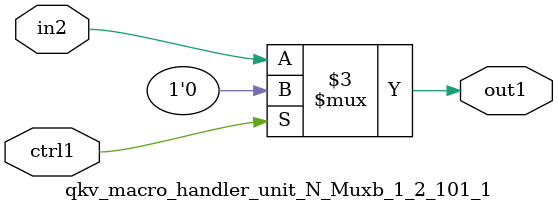
<source format=v>

`timescale 1ps / 1ps


module qkv_macro_handler_unit_N_Muxb_1_2_101_1( in2, ctrl1, out1 );

    input in2;
    input ctrl1;
    output out1;
    reg out1;

    
    // rtl_process:qkv_macro_handler_unit_N_Muxb_1_2_101_1/qkv_macro_handler_unit_N_Muxb_1_2_101_1_thread_1
    always @*
      begin : qkv_macro_handler_unit_N_Muxb_1_2_101_1_thread_1
        case (ctrl1) 
          1'b1: 
            begin
              out1 = 1'b0;
            end
          default: 
            begin
              out1 = in2;
            end
        endcase
      end

endmodule



</source>
